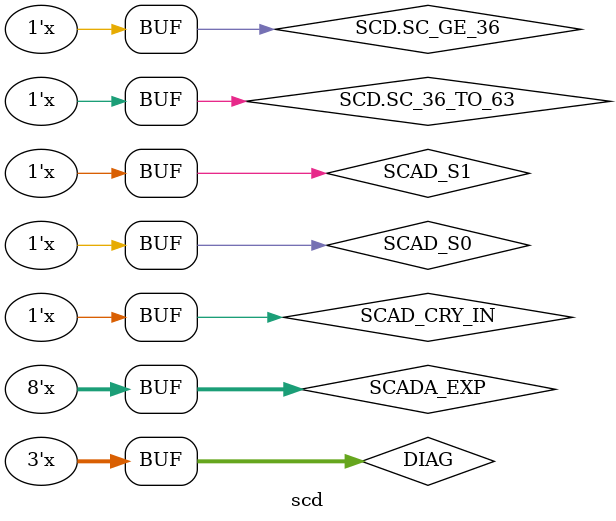
<source format=sv>
`timescale 1ns/1ps
`include "ebox.svh"

module scd(iAPR APR,
           iCLK CLK,
           iCON CON,
           iCRAM CRAM,
           iCTL CTL,
           iEDP EDP,
           iIR IR,
           iMCL MCL,
           iPAG PAG,
           iPI PIC,
           iSCD SCD,
           iSHM SHM,
           iVMA VMA
);


  // SCAD CONTROL
  // CRAM SCAD    SCAD                            CRY
  //  4  2  1   FUNCTION  BOOLE  S8  S4  S2  S1  IN
  //  0  0  0       A       0     0   0   0   0   0
  //  0  0  1     A-B-1     0     1   0   0   1   0
  //  0  1  0      A+B      0     0   1   1   0   0
  //  0  1  1      A-1      0     0   1   1   1   0
  //  1  0  0      A+1      0     0   0   0   0   1
  //  1  0  1      A-B      0     1   0   0   1   1
  //  1  1  0       OR      0     0   1   0   0   0
  //  1  1  1      AND      0     1   1   1   0   1

  bit SET_AD_FLAGS, LOAD_FLAGS, PUBLIC_PAGE, PCF_MAGIC, INSTR_FETCH;
  bit USER_EN, USER_IOT_EN, CLR_PUBLIC, LEAVE_USER, PUBLIC_EN, PRIVATE_INSTR_EN;
  bit JFCL, DISP_FLAG_CTL, SPEC_PORTAL, TRAP_REQ_1, TRAP_REQ_2;

  // SCD1 p. 138
  bit SCAD_S1, SCAD_S0, SCAD_CRY_IN;
  bit SCAD_CRY_02_OUT, SCAD_CRY_06_OUT;
  bit EXP_TEST;
  bit TRAP_CYC_1_OR_2;
  bit [0:9] SCAD;
  assign SCAD_S1 =     ~CRAM.SCAD[0] &  CRAM.SCAD[1] &  CRAM.SCAD[2];
  assign SCAD_S0 =     ~CRAM.SCAD[0] & ~CRAM.SCAD[1] &  CRAM.SCAD[2];
  assign SCAD_CRY_IN =  CRAM.SCAD[0] & ~CRAM.SCAD[1] &  CRAM.SCAD[2];
  assign SCD.SCADeq0 = SCAD == '0;  // E54, E37

  bit ignoredE82;
  mc10181 e82(.S({CRAM.SCAD[2], CRAM.SCAD[1], SCAD_S1, SCAD_S0}),
              .M(1'b0),
              .A({1'b0, SCD.SCADA[0], SCD.SCADA[0], SCD.SCADA[1]}),
              .B({1'b0, SCD.SCADB[0], SCD.SCADB[0], SCD.SCADB[1]}),
              .CIN(SCAD_CRY_02_OUT),
              .CG(), .CP(), .COUT(),
              .F({ignoredE82, SCD.SCAD_SIGN, SCAD[0], SCAD[1]}));

  mc10181 e84(.S({CRAM.SCAD[2], CRAM.SCAD[1], SCAD_S1, SCAD_S0}),
              .M(1'b0),
              .A(SCD.SCADA[2:5]),
              .B(SCD.SCADB[2:5]),
              .CIN(SCAD_CRY_06_OUT),
              .CG(), .CP(),
              .COUT(SCAD_CRY_02_OUT),
              .F(SCAD[2:5]));

  mc10181 e66(.S({CRAM.SCAD[2], CRAM.SCAD[1], SCAD_S1, SCAD_S0}),
              .M(1'b0),
              .A(SCD.SCADA[6:9]),
              .B(SCD.SCADB[6:9]),
              .CIN(SCAD_CRY_IN),
              .CG(), .CP(),
              .COUT(SCAD_CRY_06_OUT),
              .F(SCAD[6:9]));

  bit [2:9] SCADA_EXP;
  // E53, E76, E51
  assign SCADA_EXP[2:9] = EDP.AR[1:8] ^ {8{EDP.AR[0]}};

  mux2x4 E83(.SEL(CRAM.SCADB),
             .EN(1'b1),
             .D0({SCD.SC[0], 3'b0}),
             .D1({SCD.SC[1], 1'b0, EDP.AR[0], CRAM.MAGIC[0]}),
             .B0(SCD.SCADB[0]),
             .B1(SCD.SCADB[1]));

  mux2x4 E79(.SEL(CRAM.SCADB),
             .EN(1'b1),
             .D0({SCD.SC[2], 1'b0, EDP.AR[1], CRAM.MAGIC[1]}),
             .D1({SCD.SC[3], 1'b0, EDP.AR[2], CRAM.MAGIC[2]}),
             .B0(SCD.SCADB[2]),
             .B1(SCD.SCADB[3]));

  mux2x4 E75(.SEL(CRAM.SCADB),
             .EN(1'b1),
             .D0({SCD.SC[4], EDP.AR[6], EDP.AR[3], CRAM.MAGIC[3]}),
             .D1({SCD.SC[5], EDP.AR[7], EDP.AR[4], CRAM.MAGIC[4]}),
             .B0(SCD.SCADB[4]),
             .B1(SCD.SCADB[5]));

  mux2x4 E52(.SEL(CRAM.SCADB),
             .EN(1'b1),
             .D0({SCD.SC[6], EDP.AR[8], EDP.AR[5], CRAM.MAGIC[5]}),
             .D1({SCD.SC[7], EDP.AR[9], EDP.AR[6], CRAM.MAGIC[6]}),
             .B0(SCD.SCADB[6]),
             .B1(SCD.SCADB[7]));

  mux2x4 E56(.SEL(CRAM.SCADB),
             .EN(1'b1),
             .D0({SCD.SC[8], EDP.AR[10], EDP.AR[7], CRAM.MAGIC[7]}),
             .D1({SCD.SC[9], EDP.AR[11], EDP.AR[8], CRAM.MAGIC[8]}),
             .B0(SCD.SCADB[8]),
             .B1(SCD.SCADB[9]));

  mux2x4 E77(.SEL(CRAM.SCADA[1:2]),
             .EN(~CRAM.SCADA[0]),
             .D0({SCD.FE[0], 2'b00, CRAM.MAGIC[0]}),
             .D1({SCD.FE[1], 2'b00, CRAM.MAGIC[0]}),
             .B0(SCD.SCADA[0]),
             .B1(SCD.SCADA[1]));

  mux2x4 E81(.SEL(CRAM.SCADA[1:2]),
             .EN(~CRAM.SCADA[0]),
             .D0({SCD.FE[2], 1'b0, SCADA_EXP[2], CRAM.MAGIC[1]}),
             .D1({SCD.FE[1], 1'b0, SCADA_EXP[3], CRAM.MAGIC[2]}),
             .B0(SCD.SCADA[2]),
             .B1(SCD.SCADA[3]));

  mux2x4 E80(.SEL(CRAM.SCADA[1:2]),
             .EN(~CRAM.SCADA[0]),
             .D0({SCD.FE[4], EDP.AR[0], SCADA_EXP[4], CRAM.MAGIC[3]}),
             .D1({SCD.FE[5], EDP.AR[1], SCADA_EXP[5], CRAM.MAGIC[4]}),
             .B0(SCD.SCADA[4]),
             .B1(SCD.SCADA[5]));

  mux2x4 E62(.SEL(CRAM.SCADA[1:2]),
             .EN(~CRAM.SCADA[0]),
             .D0({SCD.FE[6], EDP.AR[2], SCADA_EXP[6], CRAM.MAGIC[5]}),
             .D1({SCD.FE[7], EDP.AR[3], SCADA_EXP[7], CRAM.MAGIC[6]}),
             .B0(SCD.SCADA[6]),
             .B1(SCD.SCADA[7]));

  mux2x4 E57(.SEL(CRAM.SCADA[1:2]),
             .EN(~CRAM.SCADA[0]),
             .D0({SCD.FE[8], EDP.AR[4], SCADA_EXP[8], CRAM.MAGIC[7]}),
             .D1({SCD.FE[9], EDP.AR[5], SCADA_EXP[9], CRAM.MAGIC[8]}),
             .B0(SCD.SCADA[8]),
             .B1(SCD.SCADA[9]));


  // SCD2 p.139
  // Note on model B this is not an input to E64 pin 13.
  assign SCD.SC_36_TO_63 = SCD.SC[4] & |SCD.SC[5:7];
  assign SCD.SC_GE_36 = |SCD.SC[0:3];

  bit clk /*noverilator clocker*/;
  assign clk = CLK.SCD;

  bit [0:9] SCM;
  always_ff @(posedge clk) SCD.SC_SIGN <= SCM[0];
  always_ff @(posedge clk) SCD.SC <= SCM;

  // FE shift register
  bit RESET, ignoreE68;
  bit [0:1] feSEL;
  assign feSEL = {CRAM.FE | CON.COND_FE_SHRT, CRAM.FE | RESET};
  USR4 e68(.S0(SCD.FE_SIGN),
           .D({{3{SCAD[0]}}, SCAD[1]}),
           .S3(1'b0),
           .SEL(feSEL),
           .CLK(clk),
           .Q({SCD.FE_SIGN, ignoreE68, SCD.FE[0:1]}));

  USR4 e69(.S0(SCD.FE[1] | CRAM.FE),
           .D(SCAD[2:5]),
           .S3(1'b0),
           .SEL(feSEL),
           .CLK(clk),
           .Q(SCD.FE[2:5]));

  USR4 e55(.S0(SCD.FE[5] | CRAM.FE),
           .D(SCAD[6:9]),
           .S3(1'b0),
           .SEL(feSEL),
           .CLK(clk),
           .Q(SCD.FE[6:9]));

  // In each of these where .SEL MSB is CRAM.SC, the schematic shows
  // CRAM SCM SEL 2 H as the signal to use. I cannot find that signal.
  // XXX this is a guess.
  mux2x4 e72(.EN(~RESET),
             .SEL({CRAM.SC, CTL.SPEC_SCM_ALT}),
             .D0({SCD.SC[0], SCD.FE[0], SCAD[0], EDP.AR[18]}),
             .D1({SCD.SC[1], SCD.FE[1], SCAD[1], EDP.AR[18]}),
             .B0(SCM[0]),
             .B1(SCM[1]));

  mux2x4 e73(.EN(~RESET),
             .SEL({CRAM.SC, CTL.SPEC_SCM_ALT}),
             .D0({SCD.SC[2], SCD.FE[2], SCAD[2], EDP.AR[28]}),
             .D1({SCD.SC[3], SCD.FE[3], SCAD[3], EDP.AR[29]}),
             .B0(SCM[2]),
             .B1(SCM[3]));

  mux2x4 e74(.EN(~RESET),
             .SEL({CRAM.SC, CTL.SPEC_SCM_ALT}),
             .D0({SCD.SC[4], SCD.FE[4], SCAD[4], EDP.AR[30]}),
             .D1({SCD.SC[5], SCD.FE[5], SCAD[5], EDP.AR[31]}),
             .B0(SCM[4]),
             .B1(SCM[5]));

  mux2x4 e60(.EN(~RESET),
             .SEL({CRAM.SC, CTL.SPEC_SCM_ALT}),
             .D0({SCD.SC[6], SCD.FE[6], SCAD[6], EDP.AR[32]}),
             .D1({SCD.SC[7], SCD.FE[7], SCAD[7], EDP.AR[33]}),
             .B0(SCM[6]),
             .B1(SCM[7]));

  mux2x4 e61(.EN(~RESET),
             .SEL({CRAM.SC, CTL.SPEC_SCM_ALT}),
             .D0({SCD.SC[8], SCD.FE[8], SCAD[8], EDP.AR[34]}),
             .D1({SCD.SC[9], SCD.FE[9], SCAD[9], EDP.AR[35]}),
             .B0(SCM[8]),
             .B1(SCM[9]));


  // SCD3 p. 140
  bit [4:6] DIAG;
  assign DIAG = CTL.DIAG[4:6];
  assign SCD.EBUSdriver.driving  = CTL.DIAG_READ_FUNC_13x;

  bit NICOND_10;

  mux e13(.en(SCD.EBUSdriver.driving),
          .sel(DIAG),
          .d({TRAP_REQ_2, SCD.OV, VMA.HELD_OR_PC[0], SCD.PCP,
              ~SCD.USER, ~SCD.PUBLIC_EN, SCD.KERNEL_USER_IOT, SCD.ADR_BRK_INH}),
          .q(SCD.EBUSdriver.data[2]));
  
  mux e26(.en(SCD.EBUSdriver.driving),
          .sel(DIAG),
          .d({SCD.TRAP_CYC_2, SCD.CRY0, SCD.FOV, LOAD_FLAGS,
              LEAVE_USER, SCD.PUBLIC, SCD.TRAP_MIX[32], SCD.TRAP_MIX[34]}),
          .q(SCD.EBUSdriver.data[3]));
  
  mux e31(.en(SCD.EBUSdriver.driving),
          .sel(DIAG),
          .d({SCD.TRAP_CYC_1, SCD.CRY1, SCD.FXU, ~SCD.SCADeq0,
              ~CON.PI_CYCLE, SCD.KERNEL_MODE, SCD.TRAP_MIX[33], SCD.TRAP_MIX[35]}),
          .q(SCD.EBUSdriver.data[4]));
  
  mux e17(.en(SCD.EBUSdriver.driving),
          .sel(DIAG),
          .d({TRAP_REQ_1, ~EDP.AD_CRY[1], ~EDP.AD_OVERFLOW[0], CON.CLR_PRIVATE_INSTR,
              ~USER_EN, ~SCD.PRIVATE_INSTR, SCD.USER_IOT, SCD.ADR_BRK_CYC}),
          .q(SCD.EBUSdriver.data[5]));
  
  mux e12(.en(SCD.EBUSdriver.driving),
          .sel(DIAG),
          .d({SCD.FPD, SCD.DIV_CHK, ~EDP.AD_CRY[-2], NICOND_10,
              PUBLIC_PAGE, ~PRIVATE_INSTR_EN, ~USER_IOT_EN, SCD.ADR_BRK_PREVENT}),
          .q(SCD.EBUSdriver.data[6]));

  mux2x4 e58(.EN(SCD.EBUSdriver.driving),
             .SEL(DIAG[5:6]),
             .D0({SCD.SC[7], SCD.SC[2], SCD.FE[7], SCD.FE[2]}),
             .D1({SCD.SC[6], SCD.SC[1], SCD.FE[6], SCD.FE[1]}),
             .B0(SCD.EBUSdriver.data[9]),
             .B1(SCD.EBUSdriver.data[8]));
  
  mux2x4 e59(.EN(SCD.EBUSdriver.driving),
             .SEL(DIAG[5:6]),
             .D0({SCD.SC[9], SCD.SC[4], SCD.FE[9], SCD.FE[4]}),
             .D1({SCD.SC[8], SCD.SC[3], SCD.FE[8], SCD.FE[3]}),
             .B0(SCD.EBUSdriver.data[11]),
             .B1(SCD.EBUSdriver.data[10]));
  
  mux e47(.en(CON.COND_EN_30_37),
          .sel(CRAM.COND[3:5]),
          .d({{3{CRAM.MAGIC[5]}}, EDP.AR[32], PIC.PIC[0], 3'b000}),
          .q(SCD.TRAP_MIX[32]));
  
  mux e44(.en(CON.COND_EN_30_37),
          .sel(CRAM.COND[3:5]),
          .d({{2{CRAM.MAGIC[6]}}, SCD.USER, EDP.AR[33], PIC.PIC[1], 3'b000}),
          .q(SCD.TRAP_MIX[33]));
  
  mux e42(.en(CON.COND_EN_30_37),
          .sel(CRAM.COND[3:5]),
          .d({CRAM.MAGIC[7], SCD.TRAP_CYC_2, SCD.PUBLIC, EDP.AR[34], PIC.PIC[2], 3'b000}),
          .q(SCD.TRAP_MIX[34]));

  bit mix35out;
  mux e43(.en(CON.COND_EN_30_37),
          .sel(CRAM.COND[3:5]),
          .d({CRAM.MAGIC[8], SCD.TRAP_CYC_1, TRAP_CYC_1_OR_2, EDP.AR[35],
              CRAM.MAGIC[8], 3'b000}),
          .q(mix35out));
  assign SCD.TRAP_MIX[35] = (CRAM.VMA[0] | mix35out) &
                            (~CON.PCplus1_INH | mix35out);

  mux2x4 e48(.EN(1'b1),
             .SEL(CRAM.SH),
             .D0({CRAM.MAGIC[0], EDP.AR[0], CTL.COND_AR_EXP ? SCAD[1] : EDP.AR[0], SCAD[4]}),
             .D1({CRAM.MAGIC[1], EDP.AR[0], SCAD[2], SCAD[5]}),
             .B0(EDP.ARMM_SCD[0]),
             .B1(EDP.ARMM_SCD[1]));

  mux2x4 e49(.EN(1'b1),
             .SEL(CRAM.SH),
             .D0({CRAM.MAGIC[2], EDP.AR[0], SCAD[3], SCAD[6]}),
             .D1({CRAM.MAGIC[3], EDP.AR[0], SCAD[4], SCAD[7]}),
             .B0(EDP.ARMM_SCD[2]),
             .B1(EDP.ARMM_SCD[3]));

  mux2x4 e50(.EN(1'b1),
             .SEL(CRAM.SH),
             .D0({CRAM.MAGIC[4], EDP.AR[0], SCAD[5], SCAD[8]}),
             .D1({CRAM.MAGIC[5], EDP.AR[0], SCAD[6], SCAD[9]}),
             .B0(EDP.ARMM_SCD[4]),
             .B1(EDP.ARMM_SCD[5]));

  mux2x4 e46(.EN(1'b1),
             .SEL(CRAM.SH),
             .D0({CRAM.MAGIC[6], EDP.AR[0], SCAD[7], EDP.AR[6]}),
             .D1({CRAM.MAGIC[7], EDP.AR[0], SCAD[8], EDP.AR[7]}),
             .B0(EDP.ARMM_SCD[6]),
             .B1(EDP.ARMM_SCD[7]));

  mux2x4 e41(.EN(1'b1),
             .SEL(CRAM.SH),
             .D0({CRAM.MAGIC[8], EDP.AR[0], SCAD[9], EDP.AR[8]}),
             .D1(),
             .B0(EDP.ARMM_SCD[8]),
             .B1());


  // SCD4 p.141
  bit PIandSAVE_FLAGS;
  bit TRAP_CLEAR, TRAP_REQ_1_EN, TRAP_REQ_2_EN;
  bit e38OR;
  assign e38OR = EDP.AR[10] & LOAD_FLAGS |
                 SCAD[1] & EXP_TEST |
                 CRAM.MAGIC[4] & PCF_MAGIC |
                 CON.COND_INSTR_ABORT & (TRAP_REQ_1 | SCD.TRAP_CYC_1);
  assign TRAP_REQ_1_EN = SET_AD_FLAGS & EDP.AD_OVERFLOW[0] |
                         (TRAP_CLEAR | e38OR) &
                         (TRAP_REQ_1 | e38OR);
  assign TRAP_REQ_2_EN = TRAP_REQ_2 & ~TRAP_CLEAR |
                         EDP.AR[9] & LOAD_FLAGS |
                         CRAM.MAGIC[3] & PCF_MAGIC |
                         CON.COND_INSTR_ABORT & (SCD.TRAP_CYC_2 | TRAP_REQ_2);

  assign TRAP_CLEAR = CON.COND_INSTR_ABORT | PIandSAVE_FLAGS |
                      CTL.DISP_NICOND | LOAD_FLAGS;
  bit e22p15;
  assign e22p15 = CON.TRAP_EN & CTL.DISP_NICOND;

  bit DISP_SAVE_FLAGS;
  bit CLR_FPD;
  assign CLR_FPD = LOAD_FLAGS | DISP_SAVE_FLAGS | CTL.SPEC_CLR_FPD;

  bit LOAD_PCP;
  assign LOAD_PCP = LOAD_FLAGS & ~JFCL;

  // XXX Contrast this with CON.NICOND[10] guess on CON2
  assign NICOND_10 = (TRAP_REQ_1 | TRAP_REQ_2) & CON.TRAP_EN & CON.NICOND_TRAP_EN;

  always_ff @(posedge clk) begin
    SCD.OV <= EDP.AD_OVERFLOW[0] & SET_AD_FLAGS |
              (LOAD_FLAGS ?
               (SCD.OV | SCAD[1] & EXP_TEST | CRAM.MAGIC[0] & PCF_MAGIC) :
                EDP.AR[0]);

    SCD.CRY0 <= EDP.AD_CRY[-2] & SET_AD_FLAGS | (LOAD_FLAGS ? SCD.CRY0 : EDP.AR[1]);
    SCD.CRY1 <= EDP.AD_CRY[1] & SET_AD_FLAGS | (LOAD_FLAGS ? SCD.CRY1 : EDP.AR[2]);

    SCD.FOV <= (LOAD_FLAGS | SCD.FOV | (SCAD[1] & EXP_TEST | CRAM.MAGIC[0] & PCF_MAGIC)) &
               (~LOAD_FLAGS | EDP.AR[3]);

    SCD.FXU <= (LOAD_FLAGS | SCD.FXU | (SCAD[0] & EXP_TEST | CRAM.MAGIC[5] & PCF_MAGIC)) &
               (~LOAD_FLAGS | EDP.AR[11]);

    SCD.DIV_CHK <= (LOAD_FLAGS | SCD.DIV_CHK | CRAM.MAGIC[6] & PCF_MAGIC) & (~LOAD_FLAGS | EDP.AR[12]);
    SCD.TRAP_CYC_2 <= SCD.TRAP_CYC_2 & ~TRAP_CLEAR | TRAP_REQ_2 & e22p15;
    SCD.TRAP_CYC_1 <= SCD.TRAP_CYC_1 & TRAP_CLEAR | TRAP_REQ_1 & e22p15;
    SCD.FPD <= CLR_FPD & SCD.FPD | EDP.AR[4] & LOAD_FLAGS | CRAM.MAGIC[2] & PCF_MAGIC;
    SCD.PCP <= (LOAD_PCP | SCD.PCP) & (~LOAD_FLAGS | EDP.AR[0] | JFCL);
  end
  
  always_ff @(posedge clk) TRAP_REQ_2 <= TRAP_REQ_2_EN;
  always_ff @(posedge clk) TRAP_REQ_1 <= TRAP_REQ_1_EN;

  bit e5out;
  assign e5out = SCD.USER | JFCL;
  assign VMA.HELD_OR_PC[0] = (SCD.OV | ~e5out) &
                             (SCD.PCP | JFCL | e5out);
  assign TRAP_CYC_1_OR_2 = SCD.TRAP_CYC_1 | SCD.TRAP_CYC_2;


  // SCD5 p.142
  assign USER_EN = SCD.USER & ~LEAVE_USER |
                   EDP.AR[5] & LOAD_FLAGS;

  assign USER_IOT_EN = SCD.USER_IOT & ~LEAVE_USER & (~LOAD_FLAGS & EDP.AR[6]) |
                       LEAVE_USER & EDP.AR[6] & LOAD_FLAGS |
                       ~SCD.USER & EDP.AR[6] & LOAD_FLAGS |
                       SCD.USER & PIandSAVE_FLAGS;
  assign CLR_PUBLIC = SPEC_PORTAL & SCD.PRIVATE_INSTR |
                      LOAD_FLAGS & EDP.AR[5] & ~SCD.USER;

  assign LEAVE_USER = DISP_FLAG_CTL & ~CRAM.MAGIC[0] |
                      PIandSAVE_FLAGS |
                      RESET |
                      SCD.KERNEL_MODE & ~CRAM.MAGIC[7] & DISP_FLAG_CTL;

  assign PUBLIC_EN = SCD.PUBLIC & ~LEAVE_USER & CLR_PUBLIC |
                     EDP.AR[7] & LOAD_FLAGS |
                     INSTR_FETCH & CLK.MB_XFER & PUBLIC_PAGE;

  bit e6pin14;
  assign e6pin14 = LOAD_FLAGS & EDP.AR[7] | RESET | SCD.PRIVATE_INSTR;
  assign PRIVATE_INSTR_EN = INSTR_FETCH & CON.FM_XFER | ~SCD.PUBLIC |
                            ~INSTR_FETCH & CON.CLR_PRIVATE_INSTR & e6pin14 |
                            CON.CLR_PRIVATE_INSTR & e6pin14 |
                            INSTR_FETCH & CLK.MB_XFER & ~PUBLIC_PAGE;

  always_ff @(posedge clk) SCD.USER <= USER_EN;
  always_ff @(posedge clk) SCD.USER_IOT <= USER_IOT_EN;
  always_ff @(posedge clk) SCD.PUBLIC <= PUBLIC_EN;
  always_ff @(posedge clk) SCD.ADR_BRK_INH <= SCD.ADR_BRK_INH & TRAP_CLEAR |
                                              LOAD_FLAGS & EDP.AR[8] |
                                              CON.COND_INSTR_ABORT & SCD.ADR_BRK_CYC;
  always_ff @(posedge clk) SCD.ADR_BRK_CYC <= SCD.ADR_BRK_CYC & TRAP_CLEAR |
                                              SCD.ADR_BRK_INH & CTL.DISP_NICOND;

  assign SCD.ADR_BRK_PREVENT = SCD.ADR_BRK_INH | SCD.ADR_BRK_CYC;
  assign SCD.KERNEL_USER_IOT = SCD.USER & SCD.USER_IOT | ~SCD.PUBLIC & ~SCD.USER;
  assign PIandSAVE_FLAGS = CTL.SPEC_SAVE_FLAGS & CON.PI_CYCLE;
  assign DISP_SAVE_FLAGS = CTL.SPEC_SAVE_FLAGS;
  assign SCD.KERNEL_MODE = ~SCD.PUBLIC & ~SCD.USER;
  assign PUBLIC_PAGE = PAG.PT_PUBLIC;
  assign INSTR_FETCH = MCL.PAGED_FETCH;
  assign RESET = CLK.MR_RESET;

  assign SET_AD_FLAGS = CON.COND_AD_FLAGS & ~CON.PI_CYCLE;
  assign PCF_MAGIC = CON.COND_PCF_MAGIC & ~CON.PI_CYCLE;
  assign EXP_TEST = CTL.COND_AR_EXP & ~CON.PI_CYCLE;

  assign DISP_FLAG_CTL = CTL.SPEC_FLAG_CTL;
  assign JFCL = CRAM.MAGIC[1] & DISP_FLAG_CTL;
  assign SPEC_PORTAL = CRAM.MAGIC[5] & DISP_FLAG_CTL;
  assign LOAD_FLAGS = RESET | CRAM.MAGIC[4] & DISP_FLAG_CTL;
endmodule

</source>
